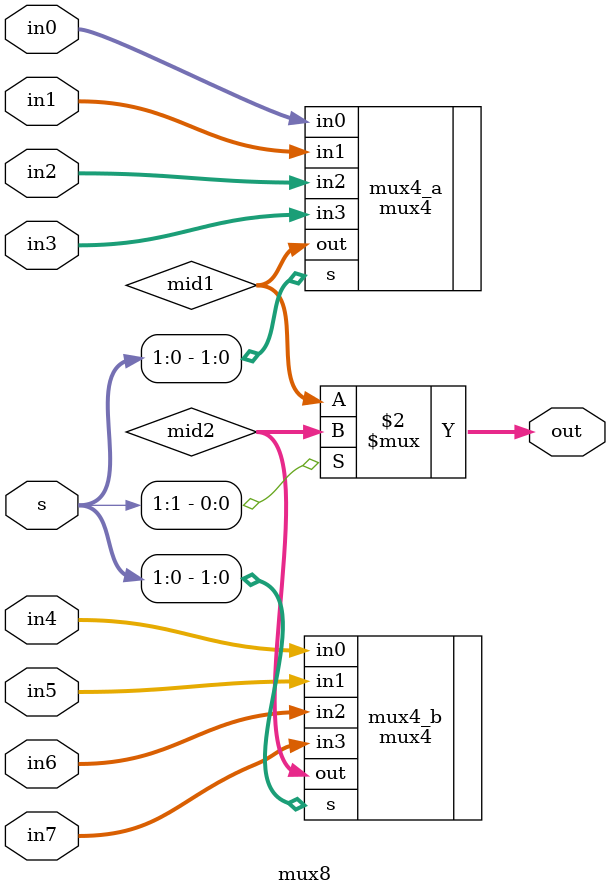
<source format=sv>
`default_nettype none

module mux8(in0, in1, in2, in3, in4, in5, in6, in7, s, out);

parameter N=32;
input wire [N-1:0] in0, in1, in2, in3, in4, in5, in6, in7;
input wire [2:0] s;
output logic [N-1:0] out;
logic [N-1:0] mid1, mid2;

mux4 mux4_a(
    .in0(in0), 
    .in1(in1), 
    .in2(in2), 
    .in3(in3), 
    .s(s[1:0]),
    .out(mid1)
);

mux4 mux4_b(
    .in0(in4), 
    .in1(in5), 
    .in2(in6), 
    .in3(in7), 
    .s(s[1:0]),
    .out(mid2)
);

always_comb out = s[1] ? mid2 : mid1;

endmodule

</source>
